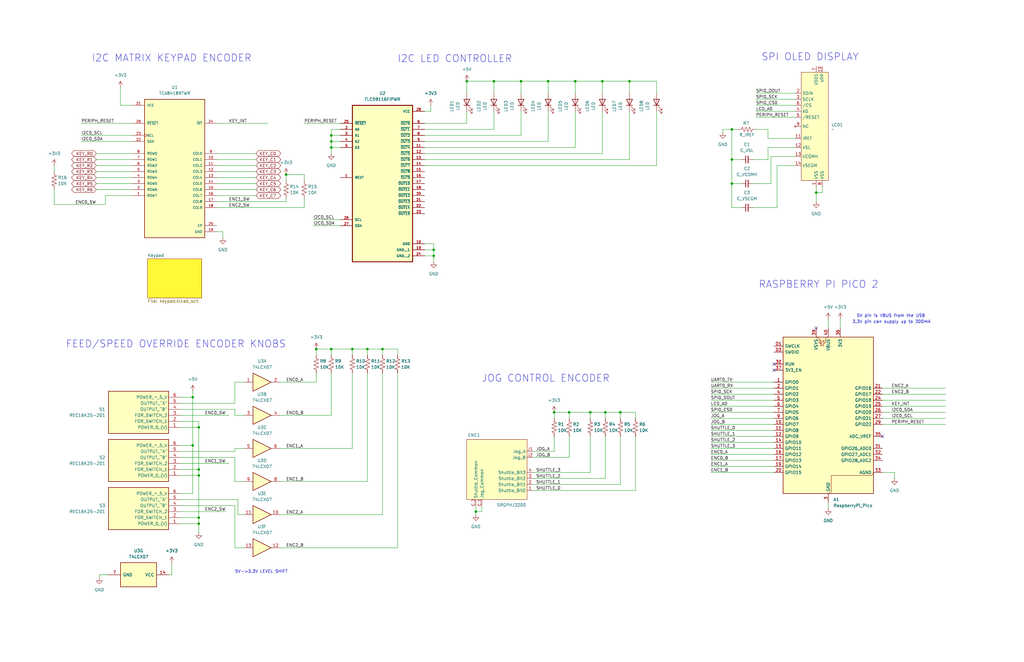
<source format=kicad_sch>
(kicad_sch (version 20250114) (generator "eeschema") (generator_version "9.0")
  (paper "B")
  (lib_symbols
    (symbol "74xx:74LCX07" (pin_names (offset 1.016))
      (property "Reference" "U" (at 0 1.27 0))
      (property "Value" "74LCX07" (at 0 -1.27 0))
      (symbol "74LCX07_1_0"
        (pin input line (at -7.62 0 0) (length 3.81) (name "~") (number "1"))
        (pin open_collector line (at 7.62 0 180) (length 3.81) (name "~") (number "2"))
      )
      (symbol "74LCX07_2_0"
        (pin input line (at -7.62 0 0) (length 3.81) (name "~") (number "3"))
        (pin open_collector line (at 7.62 0 180) (length 3.81) (name "~") (number "4"))
      )
      (symbol "74LCX07_3_0"
        (pin input line (at -7.62 0 0) (length 3.81) (name "~") (number "5"))
        (pin open_collector line (at 7.62 0 180) (length 3.81) (name "~") (number "6"))
      )
      (symbol "74LCX07_4_0"
        (pin input line (at -7.62 0 0) (length 3.81) (name "~") (number "9"))
        (pin open_collector line (at 7.62 0 180) (length 3.81) (name "~") (number "8"))
      )
      (symbol "74LCX07_5_0"
        (pin input line (at -7.62 0 0) (length 3.81) (name "~") (number "11"))
        (pin open_collector line (at 7.62 0 180) (length 3.81) (name "~") (number "10"))
      )
      (symbol "74LCX07_6_0"
        (pin input line (at -7.62 0 0) (length 3.81) (name "~") (number "13"))
        (pin open_collector line (at 7.62 0 180) (length 3.81) (name "~") (number "12"))
      )
      (symbol "74LCX07_7_0"
        (pin power_in line (at 0 12.7 270) (length 5.08) (name "VCC") (number "14"))
        (pin power_in line (at 0 -12.7 90) (length 5.08) (name "GND") (number "7"))
      )
    )
    (symbol "CNC-HMI:ER-OLED0208-1"
      (property "Reference" "LCD" (at 0 4.318 0))
      (symbol "ER-OLED0208-1_1_1"
        (pin input line (at -2.54 -8.89 0) (length 2.54) (name "SDIN") (number "2"))
        (pin input line (at -2.54 -11.43 0) (length 2.54) (name "SCLK") (number "3"))
        (pin input line (at -2.54 -13.97 0) (length 2.54) (name "/CS") (number "6"))
        (pin input line (at -2.54 -16.51 0) (length 2.54) (name "A0") (number "4"))
        (pin input line (at -2.54 -19.05 0) (length 2.54) (name "/RESET") (number "5"))
        (pin no_connect line (at -2.54 -22.86 0) (length 2.54) (name "NC") (number "9"))
        (pin passive line (at -2.54 -27.94 0) (length 2.54) (name "IREF") (number "11"))
        (pin passive line (at -2.54 -31.75 0) (length 2.54) (name "VSL") (number "12"))
        (pin power_out line (at -2.54 -35.56 0) (length 2.54) (name "VCOMH") (number "13"))
        (pin power_out line (at -2.54 -39.37 0) (length 2.54) (name "VSEGM") (number "14"))
        (pin power_in line (at 6.35 2.54 270) (length 2.54) (name "VDD1") (number "7"))
        (pin power_in line (at 6.35 -48.26 90) (length 2.54) (name "VSS") (number "1"))
        (pin power_in line (at 8.89 2.54 270) (length 2.54) (name "VPP") (number "10"))
        (pin power_in line (at 8.89 -48.26 90) (length 2.54) (name "VSS") (number "8"))
      )
    )
    (symbol "CNC-HMI:SRGPHJ3200"
      (property "Reference" "ENC?" (at -22.606 26.67 0))
      (symbol "SRGPHJ3200_0_0"
        (pin passive line (at 2.54 20.32 180) (length 2.54) (name "Jog_A") (number "J1"))
        (pin passive line (at 2.54 17.78 180) (length 2.54) (name "Jog_B") (number "J2"))
        (pin passive line (at 2.54 11.43 180) (length 2.54) (name "Shuttle_Bit3") (number "4"))
        (pin passive line (at 2.54 8.89 180) (length 2.54) (name "Shuttle_Bit2") (number "3"))
        (pin passive line (at 2.54 6.35 180) (length 2.54) (name "Shuttle_Bit1") (number "2"))
        (pin passive line (at 2.54 3.81 180) (length 2.54) (name "Shuttle_Bit0") (number "1"))
      )
      (symbol "SRGPHJ3200_1_0"
        (pin passive line (at -21.59 -2.54 90) (length 2.54) (name "Shuttle_Common") (number "C.2"))
        (pin passive line (at -19.05 -2.54 90) (length 2.54) (name "Jog_Common") (number "C.1"))
      )
    )
    (symbol "Device:C_Small" (pin_numbers (hide yes)) (pin_names (offset 0.254) (hide yes))
      (property "Reference" "C" (at 0.254 1.778 0))
      (property "Value" "C_Small" (at 0.254 -2.032 0))
      (symbol "C_Small_1_1"
        (pin passive line (at 0 2.54 270) (length 2.032) (name "~") (number "1"))
        (pin passive line (at 0 -2.54 90) (length 2.032) (name "~") (number "2"))
      )
    )
    (symbol "Device:LED" (pin_numbers (hide yes)) (pin_names (offset 1.016) (hide yes))
      (property "Reference" "D" (at 0 2.54 0))
      (property "Value" "LED" (at 0 -2.54 0))
      (symbol "LED_1_1"
        (pin passive line (at -3.81 0 0) (length 2.54) (name "K") (number "1"))
        (pin passive line (at 3.81 0 180) (length 2.54) (name "A") (number "2"))
      )
    )
    (symbol "Device:R_US" (pin_numbers (hide yes)) (pin_names (offset 0))
      (property "Reference" "R" (at 2.54 0 90))
      (property "Value" "R_US" (at -2.54 0 90))
      (symbol "R_US_1_1"
        (pin passive line (at 0 3.81 270) (length 1.27) (name "~") (number "1"))
        (pin passive line (at 0 -3.81 90) (length 1.27) (name "~") (number "2"))
      )
    )
    (symbol "MCU_Module:RaspberryPi_Pico_Debug" (pin_names (offset 0.762))
      (property "Reference" "A" (at -19.05 35.56 0))
      (property "Value" "RaspberryPi_Pico" (at 7.62 35.56 0))
      (symbol "RaspberryPi_Pico_Debug_1_1"
        (pin input line (at -22.86 30.48 0) (length 3.81) (name "SWCLK") (number "D1"))
        (pin bidirectional line (at -22.86 27.94 0) (length 3.81) (name "SWDIO") (number "D3"))
        (pin passive line (at -22.86 22.86 0) (length 3.81) (name "RUN") (number "30"))
        (pin passive line (at -22.86 20.32 0) (length 3.81) (name "3V3_EN") (number "37"))
        (pin bidirectional line (at -22.86 15.24 0) (length 3.81) (name "GPIO0") (number "1"))
        (pin bidirectional line (at -22.86 12.7 0) (length 3.81) (name "GPIO1") (number "2"))
        (pin bidirectional line (at -22.86 10.16 0) (length 3.81) (name "GPIO2") (number "4"))
        (pin bidirectional line (at -22.86 7.62 0) (length 3.81) (name "GPIO3") (number "5"))
        (pin bidirectional line (at -22.86 5.08 0) (length 3.81) (name "GPIO4") (number "6"))
        (pin bidirectional line (at -22.86 2.54 0) (length 3.81) (name "GPIO5") (number "7"))
        (pin bidirectional line (at -22.86 0 0) (length 3.81) (name "GPIO6") (number "9"))
        (pin bidirectional line (at -22.86 -2.54 0) (length 3.81) (name "GPIO7") (number "10"))
        (pin bidirectional line (at -22.86 -5.08 0) (length 3.81) (name "GPIO8") (number "11"))
        (pin bidirectional line (at -22.86 -7.62 0) (length 3.81) (name "GPIO9") (number "12"))
        (pin bidirectional line (at -22.86 -10.16 0) (length 3.81) (name "GPIO10") (number "14"))
        (pin bidirectional line (at -22.86 -12.7 0) (length 3.81) (name "GPIO11") (number "15"))
        (pin bidirectional line (at -22.86 -15.24 0) (length 3.81) (name "GPIO12") (number "16"))
        (pin bidirectional line (at -22.86 -17.78 0) (length 3.81) (name "GPIO13") (number "17"))
        (pin bidirectional line (at -22.86 -20.32 0) (length 3.81) (name "GPIO14") (number "19"))
        (pin bidirectional line (at -22.86 -22.86 0) (length 3.81) (name "GPIO15") (number "20"))
        (pin power_in line (at -5.08 38.1 270) (length 3.81) (name "VSYS") (number "39"))
        (pin power_out line (at 0 38.1 270) (length 3.81) (name "VBUS") (number "40"))
        (pin passive line (at 0 -35.56 90) (length 3.81) (hide yes) (name "GND") (number "13"))
        (pin passive line (at 0 -35.56 90) (length 3.81) (hide yes) (name "GND") (number "18"))
        (pin passive line (at 0 -35.56 90) (length 3.81) (hide yes) (name "GND") (number "23"))
        (pin passive line (at 0 -35.56 90) (length 3.81) (hide yes) (name "GND") (number "28"))
        (pin power_out line (at 0 -35.56 90) (length 3.81) (name "GND") (number "3"))
        (pin passive line (at 0 -35.56 90) (length 3.81) (hide yes) (name "GND") (number "38"))
        (pin passive line (at 0 -35.56 90) (length 3.81) (hide yes) (name "GND") (number "8"))
        (pin passive line (at 0 -35.56 90) (length 3.81) (hide yes) (name "GND") (number "D2"))
        (pin power_out line (at 5.08 38.1 270) (length 3.81) (name "3V3") (number "36"))
        (pin bidirectional line (at 22.86 12.7 180) (length 3.81) (name "GPIO16") (number "21"))
        (pin bidirectional line (at 22.86 10.16 180) (length 3.81) (name "GPIO17") (number "22"))
        (pin bidirectional line (at 22.86 7.62 180) (length 3.81) (name "GPIO18") (number "24"))
        (pin bidirectional line (at 22.86 5.08 180) (length 3.81) (name "GPIO19") (number "25"))
        (pin bidirectional line (at 22.86 2.54 180) (length 3.81) (name "GPIO20") (number "26"))
        (pin bidirectional line (at 22.86 0 180) (length 3.81) (name "GPIO21") (number "27"))
        (pin bidirectional line (at 22.86 -2.54 180) (length 3.81) (name "GPIO22") (number "29"))
        (pin power_in line (at 22.86 -7.62 180) (length 3.81) (name "ADC_VREF") (number "35"))
        (pin bidirectional line (at 22.86 -12.7 180) (length 3.81) (name "GPIO26_ADC0") (number "31"))
        (pin bidirectional line (at 22.86 -15.24 180) (length 3.81) (name "GPIO27_ADC1") (number "32"))
        (pin bidirectional line (at 22.86 -17.78 180) (length 3.81) (name "GPIO28_ADC2") (number "34"))
        (pin power_out line (at 22.86 -22.86 180) (length 3.81) (name "AGND") (number "33"))
      )
    )
    (symbol "REC16K25-201:REC16K25-201"
      (property "Reference" "S" (at 31.75 7.62 0))
      (property "Value" "REC16K25-201" (at 31.75 5.08 0))
      (symbol "REC16K25-201_1_1"
        (pin passive line (at 0 0 0) (length 5.08) (name "POWER_＋_5_V") (number "6"))
        (pin passive line (at 0 -2.54 0) (length 5.08) (name "OUTPUT_“A”") (number "5"))
        (pin passive line (at 0 -5.08 0) (length 5.08) (name "OUTPUT_“B”") (number "4"))
        (pin passive line (at 0 -7.62 0) (length 5.08) (name "FOR_SWITCH_2") (number "3"))
        (pin passive line (at 0 -10.16 0) (length 5.08) (name "FOR_SWITCH_1") (number "2"))
        (pin passive line (at 0 -12.7 0) (length 5.08) (name "POWER_0_(V)") (number "1"))
      )
    )
    (symbol "TCA8418:TCA8418RTWR" (pin_names (offset 1.016))
      (property "Reference" "U" (at -12.7 28.702 0))
      (property "Value" "TCA8418RTWR" (at -12.7 -31.242 0))
      (symbol "TCA8418RTWR_0_0"
        (pin power_in line (at -17.78 25.4 0) (length 5.08) (name "VCC") (number "21"))
        (pin input line (at -17.78 17.78 0) (length 5.08) (name "~{RESET}") (number "20"))
        (pin input clock (at -17.78 12.7 0) (length 5.08) (name "SCL") (number "23"))
        (pin bidirectional line (at -17.78 10.16 0) (length 5.08) (name "SDA") (number "22"))
        (pin bidirectional line (at -17.78 5.08 0) (length 5.08) (name "ROW0") (number "8"))
        (pin bidirectional line (at -17.78 2.54 0) (length 5.08) (name "ROW1") (number "7"))
        (pin bidirectional line (at -17.78 0 0) (length 5.08) (name "ROW2") (number "6"))
        (pin bidirectional line (at -17.78 -2.54 0) (length 5.08) (name "ROW3") (number "5"))
        (pin bidirectional line (at -17.78 -5.08 0) (length 5.08) (name "ROW4") (number "4"))
        (pin bidirectional line (at -17.78 -7.62 0) (length 5.08) (name "ROW5") (number "3"))
        (pin bidirectional line (at -17.78 -10.16 0) (length 5.08) (name "ROW6") (number "2"))
        (pin bidirectional line (at -17.78 -12.7 0) (length 5.08) (name "ROW7") (number "1"))
        (pin output line (at 17.78 17.78 180) (length 5.08) (name "~{INT}") (number "24"))
        (pin bidirectional line (at 17.78 5.08 180) (length 5.08) (name "COL0") (number "9"))
        (pin bidirectional line (at 17.78 2.54 180) (length 5.08) (name "COL1") (number "10"))
        (pin bidirectional line (at 17.78 0 180) (length 5.08) (name "COL2") (number "11"))
        (pin bidirectional line (at 17.78 -2.54 180) (length 5.08) (name "COL3") (number "12"))
        (pin bidirectional line (at 17.78 -5.08 180) (length 5.08) (name "COL4") (number "13"))
        (pin bidirectional line (at 17.78 -7.62 180) (length 5.08) (name "COL5") (number "14"))
        (pin bidirectional line (at 17.78 -10.16 180) (length 5.08) (name "COL6") (number "15"))
        (pin bidirectional line (at 17.78 -12.7 180) (length 5.08) (name "COL7") (number "16"))
        (pin bidirectional line (at 17.78 -15.24 180) (length 5.08) (name "COL8") (number "17"))
        (pin bidirectional line (at 17.78 -17.78 180) (length 5.08) (name "COL9") (number "18"))
        (pin passive line (at 17.78 -25.4 180) (length 5.08) (name "EP") (number "25"))
        (pin power_in line (at 17.78 -27.94 180) (length 5.08) (name "GND") (number "19"))
      )
    )
    (symbol "TLC59116:TLC59116FIPWR" (pin_names (offset 1.016))
      (property "Reference" "U2" (at 0 35.56 0))
      (property "Value" "TLC59116FIPWR" (at 0 33.02 0))
      (symbol "TLC59116FIPWR_0_0"
        (pin input line (at -17.78 22.86 0) (length 5.08) (name "~{RESET}") (number "25"))
        (pin input line (at -17.78 20.32 0) (length 5.08) (name "A0") (number "2"))
        (pin input line (at -17.78 17.78 0) (length 5.08) (name "A1") (number "3"))
        (pin input line (at -17.78 15.24 0) (length 5.08) (name "A2") (number "4"))
        (pin input line (at -17.78 12.7 0) (length 5.08) (name "A3") (number "5"))
        (pin input line (at -17.78 -17.78 0) (length 5.08) (name "SCL") (number "26"))
        (pin bidirectional line (at -17.78 -20.32 0) (length 5.08) (name "SDA") (number "27"))
        (pin power_in line (at 17.78 27.94 180) (length 5.08) (name "VCC") (number "28"))
        (pin output line (at 17.78 22.86 180) (length 5.08) (name "~{OUT0}") (number "6"))
        (pin output line (at 17.78 20.32 180) (length 5.08) (name "~{OUT1}") (number "7"))
        (pin output line (at 17.78 17.78 180) (length 5.08) (name "~{OUT2}") (number "8"))
        (pin output line (at 17.78 15.24 180) (length 5.08) (name "~{OUT3}") (number "9"))
        (pin output line (at 17.78 12.7 180) (length 5.08) (name "~{OUT4}") (number "11"))
        (pin output line (at 17.78 10.16 180) (length 5.08) (name "~{OUT5}") (number "12"))
        (pin output line (at 17.78 7.62 180) (length 5.08) (name "~{OUT6}") (number "13"))
        (pin output line (at 17.78 5.08 180) (length 5.08) (name "~{OUT7}") (number "14"))
        (pin output line (at 17.78 2.54 180) (length 5.08) (name "~{OUT8}") (number "15"))
        (pin output line (at 17.78 0 180) (length 5.08) (name "~{OUT9}") (number "16"))
        (pin output line (at 17.78 -2.54 180) (length 5.08) (name "~{OUT10}") (number "17"))
        (pin output line (at 17.78 -5.08 180) (length 5.08) (name "~{OUT11}") (number "18"))
        (pin output line (at 17.78 -7.62 180) (length 5.08) (name "~{OUT12}") (number "20"))
        (pin output line (at 17.78 -10.16 180) (length 5.08) (name "~{OUT13}") (number "21"))
        (pin output line (at 17.78 -12.7 180) (length 5.08) (name "~{OUT14}") (number "22"))
        (pin output line (at 17.78 -15.24 180) (length 5.08) (name "~{OUT15}") (number "23"))
        (pin power_in line (at 17.78 -27.94 180) (length 5.08) (name "GND") (number "10"))
        (pin power_in line (at 17.78 -30.48 180) (length 5.08) (name "GND__1") (number "19"))
        (pin power_in line (at 17.78 -33.02 180) (length 5.08) (name "GND__2") (number "24"))
      )
      (symbol "TLC59116FIPWR_1_0"
        (pin input line (at -17.78 0 0) (length 5.08) (name "REXT") (number "1"))
      )
    )
    (symbol "power:+3V3" (power) (pin_numbers (hide yes)) (pin_names (offset 0) (hide yes))
      (property "Value" "+3V3" (at 0 3.556 0))
      (symbol "+3V3_1_1"
        (pin power_in line (at 0 0 90) (length 0) (name "~") (number "1"))
      )
    )
    (symbol "power:+5V" (power) (pin_numbers (hide yes)) (pin_names (offset 0) (hide yes))
      (property "Value" "+5V" (at 0 3.556 0))
      (symbol "+5V_1_1"
        (pin power_in line (at 0 0 90) (length 0) (name "~") (number "1"))
      )
    )
    (symbol "power:GND" (power) (pin_numbers (hide yes)) (pin_names (offset 0) (hide yes))
      (property "Value" "GND" (at 0 -3.81 0))
      (symbol "GND_1_1"
        (pin power_in line (at 0 0 270) (length 0) (name "~") (number "1"))
      )
    )
  )
  (text "3.3V pin can supply up to 300mA\n" (at 375.92 135.89 0) (effects (font (size 1.27 1.27))))
  (text "SPI OLED DISPLAY" (at 341.63 24.13 0) (effects (font (size 3 3))))
  (text "FEED/SPEED OVERRIDE ENCODER KNOBS" (at 74.168 145.288 0) (effects (font (size 3 3))))
  (text "RASPBERRY PI PICO 2" (at 345.186 120.142 0) (effects (font (size 3 3))))
  (text "5V->3.3V LEVEL SHIFT" (at 110.236 241.3 0) (effects (font (size 1.27 1.27))))
  (text "JOG CONTROL ENCODER" (at 230.124 159.766 0) (effects (font (size 3 3))))
  (text "5V pin is VBUS from the USB" (at 375.666 133.35 0) (effects (font (size 1.27 1.27))))
  (text "I2C LED CONTROLLER" (at 191.77 24.892 0) (effects (font (size 3 3))))
  (text "I2C MATRIX KEYPAD ENCODER" (at 72.39 24.638 0) (effects (font (size 3 3))))
  (junction (at 240.03 173.99))
  (junction (at 242.57 34.29))
  (junction (at 248.92 173.99))
  (junction (at 133.35 147.32))
  (junction (at 120.65 73.66))
  (junction (at 308.61 54.61))
  (junction (at 261.62 173.99))
  (junction (at 161.29 147.32))
  (junction (at 154.94 147.32))
  (junction (at 182.88 107.95))
  (junction (at 83.82 218.44))
  (junction (at 83.82 220.98))
  (junction (at 233.68 173.99))
  (junction (at 308.61 77.47))
  (junction (at 83.82 198.12))
  (junction (at 148.59 147.32))
  (junction (at 255.27 173.99))
  (junction (at 231.14 34.29))
  (junction (at 196.85 34.29))
  (junction (at 308.61 67.31))
  (junction (at 81.28 167.64))
  (junction (at 344.17 81.28))
  (junction (at 219.71 34.29))
  (junction (at 83.82 200.66))
  (junction (at 139.7 57.15))
  (junction (at 83.82 180.34))
  (junction (at 265.43 34.29))
  (junction (at 139.7 62.23))
  (junction (at 254 34.29))
  (junction (at 139.7 147.32))
  (junction (at 200.66 215.9))
  (junction (at 208.28 34.29))
  (junction (at 182.88 105.41))
  (junction (at 81.28 187.96))
  (junction (at 139.7 59.69))
  (no_connect (at 344.17 138.43))
  (no_connect (at 372.11 184.15))
  (no_connect (at 326.39 153.67))
  (no_connect (at 326.39 156.21))
  (wire (pts (xy 99.06 193.04) (xy 99.06 203.2)))
  (wire (pts (xy 40.64 74.93) (xy 55.88 74.93)))
  (wire (pts (xy 120.65 76.2) (xy 120.65 73.66)))
  (wire (pts (xy 76.2 187.96) (xy 81.28 187.96)))
  (wire (pts (xy 76.2 200.66) (xy 83.82 200.66)))
  (wire (pts (xy 91.44 87.63) (xy 128.27 87.63)))
  (wire (pts (xy 308.61 67.31) (xy 308.61 77.47)))
  (wire (pts (xy 276.86 69.85) (xy 179.07 69.85)))
  (wire (pts (xy 255.27 173.99) (xy 255.27 176.53)))
  (wire (pts (xy 179.07 62.23) (xy 242.57 62.23)))
  (wire (pts (xy 346.71 78.74) (xy 346.71 81.28)))
  (wire (pts (xy 372.11 168.91) (xy 398.78 168.91)))
  (wire (pts (xy 167.64 157.48) (xy 167.64 231.14)))
  (wire (pts (xy 240.03 173.99) (xy 233.68 173.99)))
  (wire (pts (xy 76.2 170.18) (xy 99.06 170.18)))
  (wire (pts (xy 44.45 82.55) (xy 55.88 82.55)))
  (wire (pts (xy 265.43 34.29) (xy 276.86 34.29)))
  (wire (pts (xy 55.88 44.45) (xy 50.8 44.45)))
  (wire (pts (xy 99.06 190.5) (xy 99.06 189.23)))
  (wire (pts (xy 299.72 179.07) (xy 326.39 179.07)))
  (wire (pts (xy 372.11 166.37) (xy 398.78 166.37)))
  (wire (pts (xy 224.79 207.01) (xy 267.97 207.01)))
  (wire (pts (xy 224.79 201.93) (xy 255.27 201.93)))
  (wire (pts (xy 240.03 173.99) (xy 240.03 176.53)))
  (wire (pts (xy 91.44 97.79) (xy 93.98 97.79)))
  (wire (pts (xy 200.66 213.36) (xy 200.66 215.9)))
  (wire (pts (xy 91.44 52.07) (xy 113.03 52.07)))
  (wire (pts (xy 139.7 59.69) (xy 143.51 59.69)))
  (wire (pts (xy 299.72 171.45) (xy 326.39 171.45)))
  (wire (pts (xy 265.43 46.99) (xy 265.43 67.31)))
  (wire (pts (xy 83.82 200.66) (xy 83.82 218.44)))
  (wire (pts (xy 318.77 41.91) (xy 335.28 41.91)))
  (wire (pts (xy 219.71 57.15) (xy 219.71 46.99)))
  (wire (pts (xy 83.82 177.8) (xy 83.82 180.34)))
  (wire (pts (xy 327.66 87.63) (xy 327.66 69.85)))
  (wire (pts (xy 99.06 175.26) (xy 102.87 175.26)))
  (wire (pts (xy 248.92 199.39) (xy 248.92 184.15)))
  (wire (pts (xy 182.88 107.95) (xy 182.88 110.49)))
  (wire (pts (xy 81.28 167.64) (xy 76.2 167.64)))
  (wire (pts (xy 99.06 170.18) (xy 99.06 161.29)))
  (wire (pts (xy 118.11 203.2) (xy 154.94 203.2)))
  (wire (pts (xy 76.2 210.82) (xy 100.33 210.82)))
  (wire (pts (xy 276.86 34.29) (xy 276.86 39.37)))
  (wire (pts (xy 254 64.77) (xy 254 46.99)))
  (wire (pts (xy 267.97 176.53) (xy 267.97 173.99)))
  (wire (pts (xy 308.61 54.61) (xy 311.15 54.61)))
  (wire (pts (xy 81.28 167.64) (xy 81.28 187.96)))
  (wire (pts (xy 299.72 161.29) (xy 326.39 161.29)))
  (wire (pts (xy 139.7 54.61) (xy 139.7 57.15)))
  (wire (pts (xy 139.7 157.48) (xy 139.7 175.26)))
  (wire (pts (xy 118.11 189.23) (xy 148.59 189.23)))
  (wire (pts (xy 139.7 59.69) (xy 139.7 62.23)))
  (wire (pts (xy 308.61 77.47) (xy 308.61 87.63)))
  (wire (pts (xy 308.61 67.31) (xy 312.42 67.31)))
  (wire (pts (xy 196.85 52.07) (xy 196.85 46.99)))
  (wire (pts (xy 317.5 87.63) (xy 327.66 87.63)))
  (wire (pts (xy 34.29 52.07) (xy 55.88 52.07)))
  (wire (pts (xy 255.27 173.99) (xy 261.62 173.99)))
  (wire (pts (xy 76.2 175.26) (xy 96.52 175.26)))
  (wire (pts (xy 76.2 172.72) (xy 99.06 172.72)))
  (wire (pts (xy 91.44 80.01) (xy 107.95 80.01)))
  (wire (pts (xy 118.11 175.26) (xy 139.7 175.26)))
  (wire (pts (xy 196.85 39.37) (xy 196.85 34.29)))
  (wire (pts (xy 318.77 44.45) (xy 335.28 44.45)))
  (wire (pts (xy 323.85 62.23) (xy 335.28 62.23)))
  (wire (pts (xy 120.65 85.09) (xy 120.65 83.82)))
  (wire (pts (xy 219.71 34.29) (xy 231.14 34.29)))
  (wire (pts (xy 76.2 198.12) (xy 83.82 198.12)))
  (wire (pts (xy 308.61 87.63) (xy 312.42 87.63)))
  (wire (pts (xy 22.86 69.85) (xy 22.86 72.39)))
  (wire (pts (xy 179.07 59.69) (xy 231.14 59.69)))
  (wire (pts (xy 372.11 199.39) (xy 377.19 199.39)))
  (wire (pts (xy 308.61 77.47) (xy 312.42 77.47)))
  (wire (pts (xy 346.71 81.28) (xy 344.17 81.28)))
  (wire (pts (xy 323.85 58.42) (xy 335.28 58.42)))
  (wire (pts (xy 83.82 220.98) (xy 83.82 224.79)))
  (wire (pts (xy 139.7 147.32) (xy 148.59 147.32)))
  (wire (pts (xy 299.72 199.39) (xy 326.39 199.39)))
  (wire (pts (xy 22.86 80.01) (xy 22.86 86.36)))
  (wire (pts (xy 317.5 77.47) (xy 325.12 77.47)))
  (wire (pts (xy 224.79 193.04) (xy 240.03 193.04)))
  (wire (pts (xy 372.11 176.53) (xy 398.78 176.53)))
  (wire (pts (xy 179.07 57.15) (xy 219.71 57.15)))
  (wire (pts (xy 354.33 134.62) (xy 354.33 138.43)))
  (wire (pts (xy 100.33 217.17) (xy 102.87 217.17)))
  (wire (pts (xy 254 39.37) (xy 254 34.29)))
  (wire (pts (xy 72.39 242.57) (xy 72.39 237.49)))
  (wire (pts (xy 372.11 171.45) (xy 398.78 171.45)))
  (wire (pts (xy 240.03 193.04) (xy 240.03 184.15)))
  (wire (pts (xy 242.57 34.29) (xy 254 34.29)))
  (wire (pts (xy 81.28 187.96) (xy 81.28 208.28)))
  (wire (pts (xy 143.51 54.61) (xy 139.7 54.61)))
  (wire (pts (xy 318.77 54.61) (xy 323.85 54.61)))
  (wire (pts (xy 299.72 196.85) (xy 326.39 196.85)))
  (wire (pts (xy 261.62 173.99) (xy 267.97 173.99)))
  (wire (pts (xy 76.2 220.98) (xy 83.82 220.98)))
  (wire (pts (xy 76.2 218.44) (xy 83.82 218.44)))
  (wire (pts (xy 261.62 173.99) (xy 261.62 176.53)))
  (wire (pts (xy 231.14 34.29) (xy 242.57 34.29)))
  (wire (pts (xy 267.97 207.01) (xy 267.97 184.15)))
  (wire (pts (xy 133.35 147.32) (xy 133.35 149.86)))
  (wire (pts (xy 91.44 77.47) (xy 107.95 77.47)))
  (wire (pts (xy 44.45 86.36) (xy 44.45 82.55)))
  (wire (pts (xy 99.06 189.23) (xy 102.87 189.23)))
  (wire (pts (xy 99.06 231.14) (xy 102.87 231.14)))
  (wire (pts (xy 242.57 34.29) (xy 242.57 39.37)))
  (wire (pts (xy 132.08 95.25) (xy 143.51 95.25)))
  (wire (pts (xy 161.29 147.32) (xy 161.29 149.86)))
  (wire (pts (xy 208.28 34.29) (xy 219.71 34.29)))
  (wire (pts (xy 76.2 180.34) (xy 83.82 180.34)))
  (wire (pts (xy 179.07 46.99) (xy 181.61 46.99)))
  (wire (pts (xy 299.72 168.91) (xy 326.39 168.91)))
  (wire (pts (xy 91.44 67.31) (xy 107.95 67.31)))
  (wire (pts (xy 299.72 166.37) (xy 326.39 166.37)))
  (wire (pts (xy 233.68 173.99) (xy 233.68 176.53)))
  (wire (pts (xy 76.2 195.58) (xy 96.52 195.58)))
  (wire (pts (xy 325.12 66.04) (xy 335.28 66.04)))
  (wire (pts (xy 76.2 215.9) (xy 95.25 215.9)))
  (wire (pts (xy 154.94 147.32) (xy 161.29 147.32)))
  (wire (pts (xy 304.8 55.88) (xy 304.8 54.61)))
  (wire (pts (xy 139.7 62.23) (xy 143.51 62.23)))
  (wire (pts (xy 255.27 201.93) (xy 255.27 184.15)))
  (wire (pts (xy 224.79 199.39) (xy 248.92 199.39)))
  (wire (pts (xy 304.8 54.61) (xy 308.61 54.61)))
  (wire (pts (xy 349.25 212.09) (xy 349.25 214.63)))
  (wire (pts (xy 224.79 190.5) (xy 233.68 190.5)))
  (wire (pts (xy 91.44 82.55) (xy 107.95 82.55)))
  (wire (pts (xy 181.61 46.99) (xy 181.61 44.45)))
  (wire (pts (xy 203.2 215.9) (xy 200.66 215.9)))
  (wire (pts (xy 120.65 73.66) (xy 128.27 73.66)))
  (wire (pts (xy 179.07 107.95) (xy 182.88 107.95)))
  (wire (pts (xy 93.98 97.79) (xy 93.98 100.33)))
  (wire (pts (xy 299.72 173.99) (xy 326.39 173.99)))
  (wire (pts (xy 83.82 218.44) (xy 83.82 220.98)))
  (wire (pts (xy 242.57 62.23) (xy 242.57 46.99)))
  (wire (pts (xy 100.33 210.82) (xy 100.33 217.17)))
  (wire (pts (xy 182.88 105.41) (xy 182.88 107.95)))
  (wire (pts (xy 248.92 173.99) (xy 255.27 173.99)))
  (wire (pts (xy 76.2 193.04) (xy 99.06 193.04)))
  (wire (pts (xy 118.11 231.14) (xy 167.64 231.14)))
  (wire (pts (xy 344.17 81.28) (xy 344.17 85.09)))
  (wire (pts (xy 299.72 189.23) (xy 326.39 189.23)))
  (wire (pts (xy 208.28 54.61) (xy 208.28 46.99)))
  (wire (pts (xy 50.8 44.45) (xy 50.8 36.83)))
  (wire (pts (xy 99.06 172.72) (xy 99.06 175.26)))
  (wire (pts (xy 91.44 64.77) (xy 107.95 64.77)))
  (wire (pts (xy 323.85 54.61) (xy 323.85 58.42)))
  (wire (pts (xy 323.85 67.31) (xy 323.85 62.23)))
  (wire (pts (xy 71.12 242.57) (xy 72.39 242.57)))
  (wire (pts (xy 148.59 157.48) (xy 148.59 189.23)))
  (wire (pts (xy 118.11 161.29) (xy 133.35 161.29)))
  (wire (pts (xy 317.5 67.31) (xy 323.85 67.31)))
  (wire (pts (xy 349.25 134.62) (xy 349.25 138.43)))
  (wire (pts (xy 325.12 77.47) (xy 325.12 66.04)))
  (wire (pts (xy 128.27 73.66) (xy 128.27 76.2)))
  (wire (pts (xy 276.86 46.99) (xy 276.86 69.85)))
  (wire (pts (xy 45.72 242.57) (xy 41.91 242.57)))
  (wire (pts (xy 40.64 72.39) (xy 55.88 72.39)))
  (wire (pts (xy 154.94 147.32) (xy 154.94 149.86)))
  (wire (pts (xy 377.19 199.39) (xy 377.19 201.93)))
  (wire (pts (xy 91.44 69.85) (xy 107.95 69.85)))
  (wire (pts (xy 81.28 165.1) (xy 81.28 167.64)))
  (wire (pts (xy 154.94 157.48) (xy 154.94 203.2)))
  (wire (pts (xy 308.61 54.61) (xy 308.61 67.31)))
  (wire (pts (xy 40.64 77.47) (xy 55.88 77.47)))
  (wire (pts (xy 231.14 34.29) (xy 231.14 39.37)))
  (wire (pts (xy 372.11 163.83) (xy 398.78 163.83)))
  (wire (pts (xy 179.07 105.41) (xy 182.88 105.41)))
  (wire (pts (xy 76.2 213.36) (xy 99.06 213.36)))
  (wire (pts (xy 179.07 102.87) (xy 182.88 102.87)))
  (wire (pts (xy 224.79 204.47) (xy 261.62 204.47)))
  (wire (pts (xy 40.64 64.77) (xy 55.88 64.77)))
  (wire (pts (xy 40.64 80.01) (xy 55.88 80.01)))
  (wire (pts (xy 76.2 190.5) (xy 99.06 190.5)))
  (wire (pts (xy 91.44 72.39) (xy 107.95 72.39)))
  (wire (pts (xy 261.62 204.47) (xy 261.62 184.15)))
  (wire (pts (xy 133.35 157.48) (xy 133.35 161.29)))
  (wire (pts (xy 299.72 181.61) (xy 326.39 181.61)))
  (wire (pts (xy 299.72 184.15) (xy 326.39 184.15)))
  (wire (pts (xy 76.2 208.28) (xy 81.28 208.28)))
  (wire (pts (xy 318.77 46.99) (xy 335.28 46.99)))
  (wire (pts (xy 327.66 69.85) (xy 335.28 69.85)))
  (wire (pts (xy 139.7 57.15) (xy 143.51 57.15)))
  (wire (pts (xy 132.08 92.71) (xy 143.51 92.71)))
  (wire (pts (xy 40.64 69.85) (xy 55.88 69.85)))
  (wire (pts (xy 240.03 173.99) (xy 248.92 173.99)))
  (wire (pts (xy 139.7 62.23) (xy 139.7 64.77)))
  (wire (pts (xy 76.2 177.8) (xy 83.82 177.8)))
  (wire (pts (xy 318.77 39.37) (xy 335.28 39.37)))
  (wire (pts (xy 148.59 147.32) (xy 154.94 147.32)))
  (wire (pts (xy 41.91 242.57) (xy 41.91 243.84)))
  (wire (pts (xy 139.7 147.32) (xy 133.35 147.32)))
  (wire (pts (xy 196.85 34.29) (xy 208.28 34.29)))
  (wire (pts (xy 265.43 67.31) (xy 179.07 67.31)))
  (wire (pts (xy 34.29 57.15) (xy 55.88 57.15)))
  (wire (pts (xy 148.59 149.86) (xy 148.59 147.32)))
  (wire (pts (xy 254 34.29) (xy 265.43 34.29)))
  (wire (pts (xy 99.06 161.29) (xy 102.87 161.29)))
  (wire (pts (xy 299.72 176.53) (xy 326.39 176.53)))
  (wire (pts (xy 299.72 194.31) (xy 326.39 194.31)))
  (wire (pts (xy 182.88 102.87) (xy 182.88 105.41)))
  (wire (pts (xy 83.82 198.12) (xy 83.82 200.66)))
  (wire (pts (xy 34.29 59.69) (xy 55.88 59.69)))
  (wire (pts (xy 248.92 176.53) (xy 248.92 173.99)))
  (wire (pts (xy 161.29 147.32) (xy 167.64 147.32)))
  (wire (pts (xy 299.72 191.77) (xy 326.39 191.77)))
  (wire (pts (xy 167.64 149.86) (xy 167.64 147.32)))
  (wire (pts (xy 179.07 54.61) (xy 208.28 54.61)))
  (wire (pts (xy 91.44 85.09) (xy 120.65 85.09)))
  (wire (pts (xy 219.71 34.29) (xy 219.71 39.37)))
  (wire (pts (xy 231.14 59.69) (xy 231.14 46.99)))
  (wire (pts (xy 179.07 52.07) (xy 196.85 52.07)))
  (wire (pts (xy 203.2 213.36) (xy 203.2 215.9)))
  (wire (pts (xy 233.68 190.5) (xy 233.68 184.15)))
  (wire (pts (xy 91.44 74.93) (xy 107.95 74.93)))
  (wire (pts (xy 118.11 217.17) (xy 161.29 217.17)))
  (wire (pts (xy 40.64 67.31) (xy 55.88 67.31)))
  (wire (pts (xy 161.29 157.48) (xy 161.29 217.17)))
  (wire (pts (xy 139.7 57.15) (xy 139.7 59.69)))
  (wire (pts (xy 200.66 215.9) (xy 200.66 217.17)))
  (wire (pts (xy 344.17 78.74) (xy 344.17 81.28)))
  (wire (pts (xy 139.7 147.32) (xy 139.7 149.86)))
  (wire (pts (xy 299.72 163.83) (xy 326.39 163.83)))
  (wire (pts (xy 265.43 39.37) (xy 265.43 34.29)))
  (wire (pts (xy 299.72 186.69) (xy 326.39 186.69)))
  (wire (pts (xy 128.27 83.82) (xy 128.27 87.63)))
  (wire (pts (xy 83.82 180.34) (xy 83.82 198.12)))
  (wire (pts (xy 208.28 34.29) (xy 208.28 39.37)))
  (wire (pts (xy 179.07 64.77) (xy 254 64.77)))
  (wire (pts (xy 318.77 49.53) (xy 335.28 49.53)))
  (wire (pts (xy 99.06 213.36) (xy 99.06 231.14)))
  (wire (pts (xy 372.11 173.99) (xy 398.78 173.99)))
  (wire (pts (xy 22.86 86.36) (xy 44.45 86.36)))
  (wire (pts (xy 372.11 179.07) (xy 398.78 179.07)))
  (wire (pts (xy 99.06 203.2) (xy 102.87 203.2)))
  (wire (pts (xy 128.27 52.07) (xy 143.51 52.07)))
  (label "KEY_INT" (at 375.92 171.45 0))
  (label "I2C0_SDA" (at 132.08 95.25 0))
  (label "I2C0_SDA" (at 34.29 59.69 0))
  (label "ENC1_SW" (at 86.36 195.58 0))
  (label "ENC2_A" (at 375.92 163.83 0))
  (label "I2C0_SCL" (at 34.29 57.15 0))
  (label "ENC0_A" (at 299.72 191.77 0))
  (label "SPI0_DOUT" (at 299.72 168.91 0))
  (label "SHUTTLE_2" (at 299.72 186.69 0))
  (label "PERIPH_RESET" (at 318.77 49.53 0))
  (label "SHUTTLE_2" (at 226.06 201.93 0))
  (label "SPI0_CS0" (at 318.77 44.45 0))
  (label "ENC1_A" (at 299.72 196.85 0))
  (label "UART0_RX" (at 299.72 163.83 0))
  (label "PERIPH_RESET" (at 128.27 52.07 0))
  (label "LCD_A0" (at 299.72 171.45 0))
  (label "ENC2_B" (at 120.65 231.14 0))
  (label "ENC0_SW" (at 86.36 175.26 0))
  (label "ENC2_A" (at 120.65 217.17 0))
  (label "I2C0_SCL" (at 375.92 176.53 0))
  (label "SPI0_CS0" (at 299.72 173.99 0))
  (label "UART0_TX" (at 299.72 161.29 0))
  (label "ENC0_A" (at 120.65 161.29 0))
  (label "SHUTTLE_1" (at 226.06 204.47 0))
  (label "ENC1_SW" (at 96.52 85.09 0))
  (label "ENC1_B" (at 299.72 199.39 0))
  (label "JOG_B" (at 226.06 193.04 0))
  (label "ENC1_B" (at 120.65 203.2 0))
  (label "ENC0_B" (at 120.65 175.26 0))
  (label "ENC0_SW" (at 31.75 86.36 0))
  (label "SPI0_SCK" (at 318.77 41.91 0))
  (label "ENC2_B" (at 375.92 166.37 0))
  (label "SHUTTLE_1" (at 299.72 184.15 0))
  (label "ENC2_SW" (at 86.36 215.9 0))
  (label "PERIPH_RESET" (at 34.29 52.07 0))
  (label "SHUTTLE_3" (at 226.06 199.39 0))
  (label "SHUTTLE_3" (at 299.72 189.23 0))
  (label "ENC2_SW" (at 96.52 87.63 0))
  (label "KEY_INT" (at 96.52 52.07 0))
  (label "ENC0_B" (at 299.72 194.31 0))
  (label "SHUTTLE_0" (at 299.72 181.61 0))
  (label "LCD_A0" (at 318.77 46.99 0))
  (label "I2C0_SCL" (at 132.08 92.71 0))
  (label "JOG_A" (at 226.06 190.5 0))
  (label "ENC1_A" (at 120.65 189.23 0))
  (label "SPI0_SCK" (at 299.72 166.37 0))
  (label "JOG_A" (at 299.72 176.53 0))
  (label "SHUTTLE_0" (at 226.06 207.01 0))
  (label "PERIPH_RESET" (at 375.92 179.07 0))
  (label "I2C0_SDA" (at 375.92 173.99 0))
  (label "JOG_B" (at 299.72 179.07 0))
  (label "SPI0_DOUT" (at 318.77 39.37 0))
  (global_label "KEY_R5" (shape bidirectional) (at 40.64 77.47 180) (property "Intersheetrefs" "${INTERSHEET_REFS}" (effects (hide yes))))
  (global_label "KEY_R6" (shape bidirectional) (at 40.64 80.01 180) (property "Intersheetrefs" "${INTERSHEET_REFS}" (effects (hide yes))))
  (global_label "KEY_C3" (shape bidirectional) (at 107.95 72.39 0) (property "Intersheetrefs" "${INTERSHEET_REFS}" (effects (hide yes))))
  (global_label "KEY_C6" (shape bidirectional) (at 107.95 80.01 0) (property "Intersheetrefs" "${INTERSHEET_REFS}" (effects (hide yes))))
  (global_label "KEY_C1" (shape bidirectional) (at 107.95 67.31 0) (property "Intersheetrefs" "${INTERSHEET_REFS}" (effects (hide yes))))
  (global_label "KEY_R4" (shape bidirectional) (at 40.64 74.93 180) (property "Intersheetrefs" "${INTERSHEET_REFS}" (effects (hide yes))))
  (global_label "KEY_C4" (shape bidirectional) (at 107.95 74.93 0) (property "Intersheetrefs" "${INTERSHEET_REFS}" (effects (hide yes))))
  (global_label "KEY_C2" (shape bidirectional) (at 107.95 69.85 0) (property "Intersheetrefs" "${INTERSHEET_REFS}" (effects (hide yes))))
  (global_label "KEY_C5" (shape bidirectional) (at 107.95 77.47 0) (property "Intersheetrefs" "${INTERSHEET_REFS}" (effects (hide yes))))
  (global_label "KEY_R2" (shape bidirectional) (at 40.64 69.85 180) (property "Intersheetrefs" "${INTERSHEET_REFS}" (effects (hide yes))))
  (global_label "KEY_R3" (shape bidirectional) (at 40.64 72.39 180) (property "Intersheetrefs" "${INTERSHEET_REFS}" (effects (hide yes))))
  (global_label "KEY_C0" (shape bidirectional) (at 107.95 64.77 0) (property "Intersheetrefs" "${INTERSHEET_REFS}" (effects (hide yes))))
  (global_label "KEY_R0" (shape bidirectional) (at 40.64 64.77 180) (property "Intersheetrefs" "${INTERSHEET_REFS}" (effects (hide yes))))
  (global_label "KEY_R1" (shape bidirectional) (at 40.64 67.31 180) (property "Intersheetrefs" "${INTERSHEET_REFS}" (effects (hide yes))))
  (global_label "KEY_C7" (shape bidirectional) (at 107.95 82.55 0) (property "Intersheetrefs" "${INTERSHEET_REFS}" (effects (hide yes))))
  (symbol (lib_id "Device:R_US") (at 255.27 180.34 0) (unit 1)
    (property "Reference" "R4" (at 256.794 179.07 0) (effects (justify left)))
    (property "Value" "10K" (at 256.794 181.61 0) (effects (justify left)))
    (property "Footprint" "Resistor_SMD:R_0603_1608Metric" (effects (hide yes)))
    (property "Description" "Resistor, US symbol" (effects (hide yes)))
  )
  (symbol (lib_id "Device:LED") (at 254 43.18 90) (unit 1)
    (property "Reference" "LED6" (at 247.65 44.7675 0))
    (property "Value" "LED" (at 250.19 44.7675 0))
    (property "Footprint" "MX_V2_Misc:MX-LED-Reversed" (effects (hide yes)))
    (property "Description" "Light emitting diode" (effects (hide yes)))
    (property "Sim.Pins" "1=K 2=A" (effects (hide yes)))
  )
  (symbol (lib_id "Device:R_US") (at 139.7 153.67 0) (unit 1)
    (property "Reference" "R9" (at 141.224 152.4 0) (effects (justify left)))
    (property "Value" "10K" (at 141.224 154.94 0) (effects (justify left)))
    (property "Footprint" "Resistor_SMD:R_0603_1608Metric" (effects (hide yes)))
    (property "Description" "Resistor, US symbol" (effects (hide yes)))
  )
  (symbol (lib_id "Device:C_Small") (at 314.96 77.47 90) (unit 1)
    (property "Reference" "C2" (at 314.9663 71.12 90))
    (property "Value" "C_VCOMH" (at 314.9663 73.66 90))
    (property "Footprint" "Capacitor_SMD:C_0805_2012Metric_Pad1.18x1.45mm_HandSolder" (effects (hide yes)))
    (property "Description" "Unpolarized capacitor, small symbol" (effects (hide yes)))
  )
  (symbol (lib_id "power:GND") (at 377.19 201.93 0) (unit 1)
    (property "Reference" "#PWR013" (effects (hide yes)))
    (property "Value" "GND" (at 377.19 207.01 0))
    (property "Description" "Power symbol creates a global label with name \"GND\" , ground" (effects (hide yes)))
  )
  (symbol (lib_id "Device:R_US") (at 154.94 153.67 0) (unit 1)
    (property "Reference" "R11" (at 156.464 152.4 0) (effects (justify left)))
    (property "Value" "10K" (at 156.464 154.94 0) (effects (justify left)))
    (property "Footprint" "Resistor_SMD:R_0603_1608Metric" (effects (hide yes)))
    (property "Description" "Resistor, US symbol" (effects (hide yes)))
  )
  (symbol (lib_id "Device:R_US") (at 133.35 153.67 0) (unit 1)
    (property "Reference" "R8" (at 134.874 152.4 0) (effects (justify left)))
    (property "Value" "10K" (at 134.874 154.94 0) (effects (justify left)))
    (property "Footprint" "Resistor_SMD:R_0603_1608Metric" (effects (hide yes)))
    (property "Description" "Resistor, US symbol" (effects (hide yes)))
  )
  (symbol (lib_id "74xx:74LCX07") (at 110.49 231.14 0) (unit 6)
    (property "Reference" "U3" (at 110.49 222.25 0))
    (property "Value" "74LCX07" (at 110.49 224.79 0))
    (property "Footprint" "Package_SO:SOIC-14_3.9x8.7mm_P1.27mm" (effects (hide yes)))
    (property "Datasheet" "www.st.com/resource/en/datasheet/74lcx07.pdf" (effects (hide yes)))
    (property "Description" "CMOS hex buffer (open drain) with 5V tolerant inputs" (effects (hide yes)))
  )
  (symbol (lib_id "Device:R_US") (at 233.68 180.34 0) (unit 1)
    (property "Reference" "R1" (at 235.204 179.07 0) (effects (justify left)))
    (property "Value" "10K" (at 235.204 181.61 0) (effects (justify left)))
    (property "Footprint" "Resistor_SMD:R_0603_1608Metric" (effects (hide yes)))
    (property "Description" "Resistor, US symbol" (effects (hide yes)))
  )
  (symbol (lib_id "Device:R_US") (at 267.97 180.34 0) (unit 1)
    (property "Reference" "R6" (at 269.494 179.07 0) (effects (justify left)))
    (property "Value" "10K" (at 269.494 181.61 0) (effects (justify left)))
    (property "Footprint" "Resistor_SMD:R_0603_1608Metric" (effects (hide yes)))
    (property "Description" "Resistor, US symbol" (effects (hide yes)))
  )
  (symbol (lib_id "Device:LED") (at 265.43 43.18 90) (unit 1)
    (property "Reference" "LED7" (at 259.08 44.7675 0))
    (property "Value" "LED" (at 261.62 44.7675 0))
    (property "Footprint" "MX_V2_Misc:MX-LED-Reversed" (effects (hide yes)))
    (property "Description" "Light emitting diode" (effects (hide yes)))
    (property "Sim.Pins" "1=K 2=A" (effects (hide yes)))
  )
  (symbol (lib_id "REC16K25-201:REC16K25-201") (at 76.2 208.28 0) (mirror y) (unit 1)
    (property "Reference" "S3" (at 44.45 213.3599 0) (effects (justify left)))
    (property "Value" "REC16K25-201" (at 44.45 215.8999 0) (effects (justify left)))
    (property "Footprint" "CNC-HMI:REC16K25201" (effects (hide yes)))
    (property "Datasheet" "https://www.nidec-components.com/e/catalog/rotary-encoder/rec16k&rec16l&rec16m.pdf" (effects (hide yes)))
    (property "Description" "Copal Electronics 5V dc 25 Pulse Optical Encoder with a 6 mm Flat Shaft, Through Hole, Wire Lead" (effects (hide yes)))
    (property "Height" "33.9" (effects (hide yes)))
    (property "Manufacturer_Name" "Nidec Copal" (effects (hide yes)))
    (property "Manufacturer_Part_Number" "REC16K25-201" (effects (hide yes)))
  )
  (symbol (lib_id "power:GND") (at 83.82 224.79 0) (mirror y) (unit 1)
    (property "Reference" "#PWR017" (effects (hide yes)))
    (property "Value" "GND" (at 83.82 229.87 0))
    (property "Description" "Power symbol creates a global label with name \"GND\" , ground" (effects (hide yes)))
  )
  (symbol (lib_id "power:GND") (at 41.91 243.84 0) (mirror y) (unit 1)
    (property "Reference" "#PWR018" (effects (hide yes)))
    (property "Value" "GND" (at 41.91 248.92 0))
    (property "Description" "Power symbol creates a global label with name \"GND\" , ground" (effects (hide yes)))
  )
  (symbol (lib_id "power:+5V") (at 349.25 134.62 0) (unit 1)
    (property "Reference" "#PWR07" (effects (hide yes)))
    (property "Value" "+5V" (at 349.25 129.54 0))
    (property "Description" "Power symbol creates a global label with name \"+5V\"" (effects (hide yes)))
  )
  (symbol (lib_id "power:+5V") (at 196.85 34.29 0) (unit 1)
    (property "Reference" "#PWR08" (effects (hide yes)))
    (property "Value" "+5V" (at 196.85 29.21 0))
    (property "Description" "Power symbol creates a global label with name \"+5V\"" (effects (hide yes)))
  )
  (symbol (lib_id "Device:R_US") (at 314.96 54.61 90) (unit 1)
    (property "Reference" "R7" (at 315.976 52.07 90) (effects (justify left)))
    (property "Value" "R_IREF" (at 318.262 56.896 90) (effects (justify left)))
    (property "Footprint" "Resistor_SMD:R_0603_1608Metric" (effects (hide yes)))
    (property "Description" "Resistor, US symbol" (effects (hide yes)))
  )
  (symbol (lib_id "power:GND") (at 200.66 217.17 0) (unit 1)
    (property "Reference" "#PWR011" (effects (hide yes)))
    (property "Value" "GND" (at 200.66 222.25 0))
    (property "Description" "Power symbol creates a global label with name \"GND\" , ground" (effects (hide yes)))
  )
  (symbol (lib_id "Device:C_Small") (at 314.96 87.63 90) (unit 1)
    (property "Reference" "C3" (at 314.9663 81.28 90))
    (property "Value" "C_VSEGM" (at 314.9663 83.82 90))
    (property "Footprint" "Capacitor_SMD:C_0805_2012Metric_Pad1.18x1.45mm_HandSolder" (effects (hide yes)))
    (property "Description" "Unpolarized capacitor, small symbol" (effects (hide yes)))
  )
  (symbol (lib_id "74xx:74LCX07") (at 110.49 203.2 0) (unit 4)
    (property "Reference" "U3" (at 110.49 194.31 0))
    (property "Value" "74LCX07" (at 110.49 196.85 0))
    (property "Footprint" "Package_SO:SOIC-14_3.9x8.7mm_P1.27mm" (effects (hide yes)))
    (property "Datasheet" "www.st.com/resource/en/datasheet/74lcx07.pdf" (effects (hide yes)))
    (property "Description" "CMOS hex buffer (open drain) with 5V tolerant inputs" (effects (hide yes)))
  )
  (symbol (lib_id "CNC-HMI:ER-OLED0208-1") (at 337.82 30.48 0) (unit 1)
    (property "Reference" "LCD1" (at 350.52 52.7049 0) (effects (justify left)))
    (property "Value" "~" (at 350.52 54.61 0) (effects (justify left)))
    (property "Footprint" "CNC-HMI:ER-CON14HT-1" (effects (hide yes)))
  )
  (symbol (lib_id "74xx:74LCX07") (at 110.49 175.26 0) (unit 2)
    (property "Reference" "U3" (at 110.49 166.37 0))
    (property "Value" "74LCX07" (at 110.49 168.91 0))
    (property "Footprint" "Package_SO:SOIC-14_3.9x8.7mm_P1.27mm" (effects (hide yes)))
    (property "Datasheet" "www.st.com/resource/en/datasheet/74lcx07.pdf" (effects (hide yes)))
    (property "Description" "CMOS hex buffer (open drain) with 5V tolerant inputs" (effects (hide yes)))
  )
  (symbol (lib_id "power:+3V3") (at 354.33 134.62 0) (unit 1)
    (property "Reference" "#PWR04" (effects (hide yes)))
    (property "Value" "+3V3" (at 354.33 129.54 0))
    (property "Description" "Power symbol creates a global label with name \"+3V3\"" (effects (hide yes)))
  )
  (symbol (lib_id "74xx:74LCX07") (at 110.49 217.17 0) (unit 5)
    (property "Reference" "U3" (at 110.49 208.28 0))
    (property "Value" "74LCX07" (at 110.49 210.82 0))
    (property "Footprint" "Package_SO:SOIC-14_3.9x8.7mm_P1.27mm" (effects (hide yes)))
    (property "Datasheet" "www.st.com/resource/en/datasheet/74lcx07.pdf" (effects (hide yes)))
    (property "Description" "CMOS hex buffer (open drain) with 5V tolerant inputs" (effects (hide yes)))
  )
  (symbol (lib_id "CNC-HMI:SRGPHJ3200") (at 222.25 210.82 0) (unit 1)
    (property "Reference" "ENC1" (at 199.898 183.642 0))
    (property "Value" "SRGPHJ3200" (at 215.646 213.106 0))
    (property "Footprint" "CNC-HMI:SRGPHJ3200" (effects (hide yes)))
  )
  (symbol (lib_id "Device:LED") (at 242.57 43.18 90) (unit 1)
    (property "Reference" "LED5" (at 236.22 44.7675 0))
    (property "Value" "LED" (at 238.76 44.7675 0))
    (property "Footprint" "MX_V2_Misc:MX-LED-Reversed" (effects (hide yes)))
    (property "Description" "Light emitting diode" (effects (hide yes)))
    (property "Sim.Pins" "1=K 2=A" (effects (hide yes)))
  )
  (symbol (lib_id "REC16K25-201:REC16K25-201") (at 76.2 187.96 0) (mirror y) (unit 1)
    (property "Reference" "S2" (at 44.45 193.0399 0) (effects (justify left)))
    (property "Value" "REC16K25-201" (at 44.45 195.5799 0) (effects (justify left)))
    (property "Footprint" "CNC-HMI:REC16K25201" (effects (hide yes)))
    (property "Datasheet" "https://www.nidec-components.com/e/catalog/rotary-encoder/rec16k&rec16l&rec16m.pdf" (effects (hide yes)))
    (property "Description" "Copal Electronics 5V dc 25 Pulse Optical Encoder with a 6 mm Flat Shaft, Through Hole, Wire Lead" (effects (hide yes)))
    (property "Height" "33.9" (effects (hide yes)))
    (property "Manufacturer_Name" "Nidec Copal" (effects (hide yes)))
    (property "Manufacturer_Part_Number" "REC16K25-201" (effects (hide yes)))
  )
  (symbol (lib_id "TLC59116:TLC59116FIPWR") (at 161.29 74.93 0) (unit 1)
    (property "Reference" "U2" (at 161.29 39.37 0))
    (property "Value" "TLC59116FIPWR" (at 161.29 41.91 0))
    (property "Footprint" "CNC-HMI:SOP65P640X120-28N" (effects (hide yes)))
  )
  (symbol (lib_id "power:GND") (at 93.98 100.33 0) (unit 1)
    (property "Reference" "#PWR09" (effects (hide yes)))
    (property "Value" "GND" (at 93.98 105.41 0))
    (property "Description" "Power symbol creates a global label with name \"GND\" , ground" (effects (hide yes)))
  )
  (symbol (lib_id "power:+5V") (at 81.28 165.1 0) (mirror y) (unit 1)
    (property "Reference" "#PWR016" (effects (hide yes)))
    (property "Value" "+5V" (at 81.28 160.02 0))
    (property "Description" "Power symbol creates a global label with name \"+5V\"" (effects (hide yes)))
  )
  (symbol (lib_id "power:+3V3") (at 22.86 69.85 0) (unit 1)
    (property "Reference" "#PWR021" (effects (hide yes)))
    (property "Value" "+3V3" (at 22.86 64.77 0))
    (property "Description" "Power symbol creates a global label with name \"+3V3\"" (effects (hide yes)))
  )
  (symbol (lib_id "Device:R_US") (at 261.62 180.34 0) (unit 1)
    (property "Reference" "R5" (at 263.144 179.07 0) (effects (justify left)))
    (property "Value" "10K" (at 263.144 181.61 0) (effects (justify left)))
    (property "Footprint" "Resistor_SMD:R_0603_1608Metric" (effects (hide yes)))
    (property "Description" "Resistor, US symbol" (effects (hide yes)))
  )
  (symbol (lib_id "TCA8418:TCA8418RTWR") (at 73.66 69.85 0) (unit 1)
    (property "Reference" "U1" (at 73.66 36.83 0))
    (property "Value" "TCA8418RTWR" (at 73.66 39.37 0))
    (property "Footprint" "CNC-HMI:QFN50P400X400X80-25N" (effects (hide yes)))
    (property "PARTREV" "G" (effects (hide yes)))
    (property "STANDARD" "IPC-7351B" (effects (hide yes)))
    (property "MAXIMUM_PACKAGE_HEIGHT" "0.8mm" (effects (hide yes)))
    (property "MANUFACTURER" "Texas Instruments" (effects (hide yes)))
  )
  (symbol (lib_id "Device:LED") (at 231.14 43.18 90) (unit 1)
    (property "Reference" "LED4" (at 224.79 44.7675 0))
    (property "Value" "LED" (at 227.33 44.7675 0))
    (property "Footprint" "MX_V2_Misc:MX-LED-Reversed" (effects (hide yes)))
    (property "Description" "Light emitting diode" (effects (hide yes)))
    (property "Sim.Pins" "1=K 2=A" (effects (hide yes)))
  )
  (symbol (lib_id "Device:LED") (at 208.28 43.18 90) (unit 1)
    (property "Reference" "LED2" (at 201.93 44.7675 0))
    (property "Value" "LED" (at 204.47 44.7675 0))
    (property "Footprint" "MX_V2_Misc:MX-LED-Reversed" (effects (hide yes)))
    (property "Description" "Light emitting diode" (effects (hide yes)))
    (property "Sim.Pins" "1=K 2=A" (effects (hide yes)))
  )
  (symbol (lib_id "power:GND") (at 304.8 55.88 0) (unit 1)
    (property "Reference" "#PWR015" (effects (hide yes)))
    (property "Value" "GND" (at 304.8 60.96 0))
    (property "Description" "Power symbol creates a global label with name \"GND\" , ground" (effects (hide yes)))
  )
  (symbol (lib_id "Device:R_US") (at 128.27 80.01 0) (unit 1)
    (property "Reference" "R15" (at 129.794 78.74 0) (effects (justify left)))
    (property "Value" "10K" (at 129.794 81.28 0) (effects (justify left)))
    (property "Footprint" "Resistor_SMD:R_0603_1608Metric" (effects (hide yes)))
    (property "Description" "Resistor, US symbol" (effects (hide yes)))
  )
  (symbol (lib_id "Device:R_US") (at 167.64 153.67 0) (unit 1)
    (property "Reference" "R13" (at 169.164 152.4 0) (effects (justify left)))
    (property "Value" "10K" (at 169.164 154.94 0) (effects (justify left)))
    (property "Footprint" "Resistor_SMD:R_0603_1608Metric" (effects (hide yes)))
    (property "Description" "Resistor, US symbol" (effects (hide yes)))
  )
  (symbol (lib_id "power:+3V3") (at 120.65 73.66 0) (unit 1)
    (property "Reference" "#PWR020" (effects (hide yes)))
    (property "Value" "+3V3" (at 120.65 68.58 0))
    (property "Description" "Power symbol creates a global label with name \"+3V3\"" (effects (hide yes)))
  )
  (symbol (lib_id "power:+3V3") (at 181.61 44.45 0) (unit 1)
    (property "Reference" "#PWR06" (effects (hide yes)))
    (property "Value" "+3V3" (at 181.61 39.37 0))
    (property "Description" "Power symbol creates a global label with name \"+3V3\"" (effects (hide yes)))
  )
  (symbol (lib_id "Device:C_Small") (at 314.96 67.31 90) (unit 1)
    (property "Reference" "C1" (at 314.9663 60.96 90))
    (property "Value" "C_VSL" (at 314.9663 63.5 90))
    (property "Footprint" "Capacitor_SMD:C_0805_2012Metric_Pad1.18x1.45mm_HandSolder" (effects (hide yes)))
    (property "Description" "Unpolarized capacitor, small symbol" (effects (hide yes)))
  )
  (symbol (lib_id "Device:LED") (at 196.85 43.18 90) (unit 1)
    (property "Reference" "LED1" (at 190.5 44.7675 0))
    (property "Value" "LED" (at 193.04 44.7675 0))
    (property "Footprint" "MX_V2_Misc:MX-LED-Reversed" (effects (hide yes)))
    (property "Description" "Light emitting diode" (effects (hide yes)))
    (property "Sim.Pins" "1=K 2=A" (effects (hide yes)))
  )
  (symbol (lib_id "74xx:74LCX07") (at 58.42 242.57 270) (unit 7)
    (property "Reference" "U3" (at 58.42 232.41 90))
    (property "Value" "74LCX07" (at 58.42 234.95 90))
    (property "Footprint" "Package_SO:SOIC-14_3.9x8.7mm_P1.27mm" (effects (hide yes)))
    (property "Datasheet" "www.st.com/resource/en/datasheet/74lcx07.pdf" (effects (hide yes)))
    (property "Description" "CMOS hex buffer (open drain) with 5V tolerant inputs" (effects (hide yes)))
  )
  (symbol (lib_id "Device:R_US") (at 120.65 80.01 0) (unit 1)
    (property "Reference" "R14" (at 122.174 78.74 0) (effects (justify left)))
    (property "Value" "10K" (at 122.174 81.28 0) (effects (justify left)))
    (property "Footprint" "Resistor_SMD:R_0603_1608Metric" (effects (hide yes)))
    (property "Description" "Resistor, US symbol" (effects (hide yes)))
  )
  (symbol (lib_id "REC16K25-201:REC16K25-201") (at 76.2 167.64 0) (mirror y) (unit 1)
    (property "Reference" "S1" (at 44.45 172.7199 0) (effects (justify left)))
    (property "Value" "REC16K25-201" (at 44.45 175.2599 0) (effects (justify left)))
    (property "Footprint" "CNC-HMI:REC16K25201" (effects (hide yes)))
    (property "Datasheet" "https://www.nidec-components.com/e/catalog/rotary-encoder/rec16k&rec16l&rec16m.pdf" (effects (hide yes)))
    (property "Description" "Copal Electronics 5V dc 25 Pulse Optical Encoder with a 6 mm Flat Shaft, Through Hole, Wire Lead" (effects (hide yes)))
    (property "Height" "33.9" (effects (hide yes)))
    (property "Manufacturer_Name" "Nidec Copal" (effects (hide yes)))
    (property "Manufacturer_Part_Number" "REC16K25-201" (effects (hide yes)))
  )
  (symbol (lib_id "MCU_Module:RaspberryPi_Pico_Debug") (at 349.25 176.53 0) (unit 1)
    (property "Reference" "A1" (at 351.3933 210.82 0) (effects (justify left)))
    (property "Value" "RaspberryPi_Pico" (at 351.3933 213.36 0) (effects (justify left)))
    (property "Footprint" "CNC-HMI:RaspberryPi_Pico2_SMD_HandSolder" (effects (hide yes)))
    (property "Datasheet" "https://datasheets.raspberrypi.com/pico/pico-datasheet.pdf" (effects (hide yes)))
    (property "Description" "Versatile and inexpensive microcontroller module (with debug pins) powered by RP2040 dual-core Arm Cortex-M0+ processor up to 133 MHz, 264kB SRAM, 2MB QSPI flash; also supports Raspberry Pi Pico 2" (effects (hide yes)))
  )
  (symbol (lib_id "power:GND") (at 349.25 214.63 0) (unit 1)
    (property "Reference" "#PWR010" (effects (hide yes)))
    (property "Value" "GND" (at 349.25 219.71 0))
    (property "Description" "Power symbol creates a global label with name \"GND\" , ground" (effects (hide yes)))
  )
  (symbol (lib_id "Device:LED") (at 276.86 43.18 90) (unit 1)
    (property "Reference" "LED8" (at 270.51 44.7675 0))
    (property "Value" "LED" (at 273.05 44.7675 0))
    (property "Footprint" "MX_V2_Misc:MX-LED-Reversed" (effects (hide yes)))
    (property "Description" "Light emitting diode" (effects (hide yes)))
    (property "Sim.Pins" "1=K 2=A" (effects (hide yes)))
  )
  (symbol (lib_id "Device:R_US") (at 22.86 76.2 0) (unit 1)
    (property "Reference" "R16" (at 24.384 74.93 0) (effects (justify left)))
    (property "Value" "10K" (at 24.384 77.47 0) (effects (justify left)))
    (property "Footprint" "Resistor_SMD:R_0603_1608Metric" (effects (hide yes)))
    (property "Description" "Resistor, US symbol" (effects (hide yes)))
  )
  (symbol (lib_id "power:+3V3") (at 50.8 36.83 0) (unit 1)
    (property "Reference" "#PWR05" (effects (hide yes)))
    (property "Value" "+3V3" (at 50.8 31.75 0))
    (property "Description" "Power symbol creates a global label with name \"+3V3\"" (effects (hide yes)))
  )
  (symbol (lib_id "74xx:74LCX07") (at 110.49 189.23 0) (unit 3)
    (property "Reference" "U3" (at 110.49 180.34 0))
    (property "Value" "74LCX07" (at 110.49 182.88 0))
    (property "Footprint" "Package_SO:SOIC-14_3.9x8.7mm_P1.27mm" (effects (hide yes)))
    (property "Datasheet" "www.st.com/resource/en/datasheet/74lcx07.pdf" (effects (hide yes)))
    (property "Description" "CMOS hex buffer (open drain) with 5V tolerant inputs" (effects (hide yes)))
  )
  (symbol (lib_id "Device:R_US") (at 161.29 153.67 0) (unit 1)
    (property "Reference" "R12" (at 162.814 152.4 0) (effects (justify left)))
    (property "Value" "10K" (at 162.814 154.94 0) (effects (justify left)))
    (property "Footprint" "Resistor_SMD:R_0603_1608Metric" (effects (hide yes)))
    (property "Description" "Resistor, US symbol" (effects (hide yes)))
  )
  (symbol (lib_id "power:GND") (at 139.7 64.77 0) (unit 1)
    (property "Reference" "#PWR012" (effects (hide yes)))
    (property "Value" "GND" (at 139.7 69.85 0))
    (property "Description" "Power symbol creates a global label with name \"GND\" , ground" (effects (hide yes)))
  )
  (symbol (lib_id "power:+3V3") (at 133.35 147.32 0) (unit 1)
    (property "Reference" "#PWR019" (effects (hide yes)))
    (property "Value" "+3V3" (at 133.35 142.24 0))
    (property "Description" "Power symbol creates a global label with name \"+3V3\"" (effects (hide yes)))
  )
  (symbol (lib_id "Device:R_US") (at 240.03 180.34 0) (unit 1)
    (property "Reference" "R2" (at 241.554 179.07 0) (effects (justify left)))
    (property "Value" "10K" (at 241.554 181.61 0) (effects (justify left)))
    (property "Footprint" "Resistor_SMD:R_0603_1608Metric" (effects (hide yes)))
    (property "Description" "Resistor, US symbol" (effects (hide yes)))
  )
  (symbol (lib_id "Device:LED") (at 219.71 43.18 90) (unit 1)
    (property "Reference" "LED3" (at 213.36 44.7675 0))
    (property "Value" "LED" (at 215.9 44.7675 0))
    (property "Footprint" "MX_V2_Misc:MX-LED-Reversed" (effects (hide yes)))
    (property "Description" "Light emitting diode" (effects (hide yes)))
    (property "Sim.Pins" "1=K 2=A" (effects (hide yes)))
  )
  (symbol (lib_id "Device:R_US") (at 248.92 180.34 0) (unit 1)
    (property "Reference" "R3" (at 250.444 179.07 0) (effects (justify left)))
    (property "Value" "10K" (at 250.444 181.61 0) (effects (justify left)))
    (property "Footprint" "Resistor_SMD:R_0603_1608Metric" (effects (hide yes)))
    (property "Description" "Resistor, US symbol" (effects (hide yes)))
  )
  (symbol (lib_id "power:GND") (at 182.88 110.49 0) (unit 1)
    (property "Reference" "#PWR03" (effects (hide yes)))
    (property "Value" "GND" (at 182.88 115.57 0))
    (property "Description" "Power symbol creates a global label with name \"GND\" , ground" (effects (hide yes)))
  )
  (symbol (lib_id "power:GND") (at 344.17 85.09 0) (unit 1)
    (property "Reference" "#PWR014" (effects (hide yes)))
    (property "Value" "GND" (at 344.17 90.17 0))
    (property "Description" "Power symbol creates a global label with name \"GND\" , ground" (effects (hide yes)))
  )
  (symbol (lib_id "74xx:74LCX07") (at 110.49 161.29 0) (unit 1)
    (property "Reference" "U3" (at 110.49 152.4 0))
    (property "Value" "74LCX07" (at 110.49 154.94 0))
    (property "Footprint" "Package_SO:SOIC-14_3.9x8.7mm_P1.27mm" (effects (hide yes)))
    (property "Datasheet" "www.st.com/resource/en/datasheet/74lcx07.pdf" (effects (hide yes)))
    (property "Description" "CMOS hex buffer (open drain) with 5V tolerant inputs" (effects (hide yes)))
  )
  (symbol (lib_id "Device:R_US") (at 148.59 153.67 0) (unit 1)
    (property "Reference" "R10" (at 150.114 152.4 0) (effects (justify left)))
    (property "Value" "10K" (at 150.114 154.94 0) (effects (justify left)))
    (property "Footprint" "Resistor_SMD:R_0603_1608Metric" (effects (hide yes)))
    (property "Description" "Resistor, US symbol" (effects (hide yes)))
  )
  (symbol (lib_id "power:+3V3") (at 233.68 173.99 0) (unit 1)
    (property "Reference" "#PWR01" (effects (hide yes)))
    (property "Value" "+3V3" (at 233.68 168.91 0))
    (property "Description" "Power symbol creates a global label with name \"+3V3\"" (effects (hide yes)))
  )
  (symbol (lib_id "power:+3V3") (at 72.39 237.49 0) (unit 1)
    (property "Reference" "#PWR02" (effects (hide yes)))
    (property "Value" "+3V3" (at 72.39 232.41 0))
    (property "Description" "Power symbol creates a global label with name \"+3V3\"" (effects (hide yes)))
  )
  (sheet (at 62.23 109.22) (size 22.86 16.51) (stroke (width 0.1524)) (fill (color 255 249 55 1.0000))
    (property "Sheetname" "Keypad" (at 62.23 108.5084 0) (effects (justify left bottom)))
    (property "Sheetfile" "keypad.kicad_sch" (at 62.23 126.3146 0) (effects (justify left top)))
  )
)
</source>
